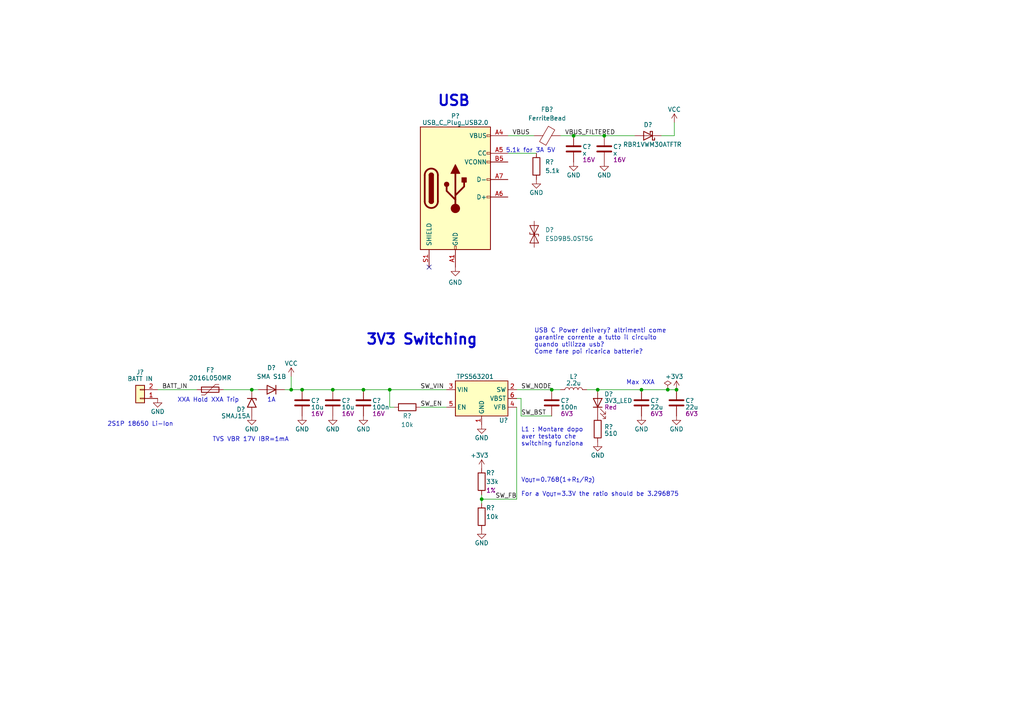
<source format=kicad_sch>
(kicad_sch (version 20211123) (generator eeschema)
  (paper "A4")
  (title_block (title "PS + USB") (date "2022-05-04") (rev "BETA") (company "tollsimy"))
  (lib_symbols
    (symbol "Connector:USB_C_Plug_USB2.0" (pin_names (offset 1.016))
      (property "Reference" "P" (at -10.16 19.05 0))
      (property "Value" "USB_C_Plug_USB2.0" (at 12.7 19.05 0))
      (symbol "USB_C_Plug_USB2.0_0_0"
        (rectangle (start -0.254 -17.78) (end 0.254 -16.764))
        (rectangle (start 10.16 -2.286) (end 9.144 -2.794))
        (rectangle (start 10.16 2.794) (end 9.144 2.286))
        (rectangle (start 10.16 7.874) (end 9.144 7.366))
        (rectangle (start 10.16 10.414) (end 9.144 9.906))
        (rectangle (start 10.16 15.494) (end 9.144 14.986))
      )
      (symbol "USB_C_Plug_USB2.0_0_1"
        (rectangle (start -10.16 17.78) (end 10.16 -17.78) (stroke (width 0.254)) (fill (type background)))
        (arc (start -8.89 -3.81) (mid -6.985 -5.715) (end -5.08 -3.81) (stroke (width 0.508)))
        (arc (start -7.62 -3.81) (mid -6.985 -4.445) (end -6.35 -3.81) (stroke (width 0.254)))
        (arc (start -7.62 -3.81) (mid -6.985 -4.445) (end -6.35 -3.81) (stroke (width 0.254)) (fill (type outline)))
        (rectangle (start -7.62 -3.81) (end -6.35 3.81) (stroke (width 0.254)) (fill (type outline)))
        (arc (start -6.35 3.81) (mid -6.985 4.445) (end -7.62 3.81) (stroke (width 0.254)))
        (arc (start -6.35 3.81) (mid -6.985 4.445) (end -7.62 3.81) (stroke (width 0.254)) (fill (type outline)))
        (arc (start -5.08 3.81) (mid -6.985 5.715) (end -8.89 3.81) (stroke (width 0.508)))
        (circle (center -2.54 1.143) (radius 0.635) (stroke (width 0.254)) (fill (type outline)))
        (circle (center 0 -5.842) (radius 1.27) (fill (type outline)))
        (polyline (pts (xy -8.89 -3.81) (xy -8.89 3.81)) (stroke (width 0.508)))
        (polyline (pts (xy -5.08 3.81) (xy -5.08 -3.81)) (stroke (width 0.508)))
        (polyline (pts (xy 0 -5.842) (xy 0 4.318)) (stroke (width 0.508)))
        (polyline (pts (xy 0 -3.302) (xy -2.54 -0.762) (xy -2.54 0.508)) (stroke (width 0.508)))
        (polyline (pts (xy 0 -2.032) (xy 2.54 0.508) (xy 2.54 1.778)) (stroke (width 0.508)))
        (polyline (pts (xy -1.27 4.318) (xy 0 6.858) (xy 1.27 4.318) (xy -1.27 4.318)) (stroke (width 0.254)) (fill (type outline)))
        (rectangle (start 1.905 1.778) (end 3.175 3.048) (stroke (width 0.254)) (fill (type outline)))
      )
      (symbol "USB_C_Plug_USB2.0_1_1"
        (pin passive line (at 0 -22.86 90) (length 5.08) (name "GND") (number "A1"))
        (pin passive line (at 0 -22.86 90) (length 5.08) hide (name "GND") (number "A12"))
        (pin passive line (at 15.24 15.24 180) (length 5.08) (name "VBUS") (number "A4"))
        (pin bidirectional line (at 15.24 10.16 180) (length 5.08) (name "CC") (number "A5"))
        (pin bidirectional line (at 15.24 -2.54 180) (length 5.08) (name "D+") (number "A6"))
        (pin bidirectional line (at 15.24 2.54 180) (length 5.08) (name "D-") (number "A7"))
        (pin passive line (at 15.24 15.24 180) (length 5.08) hide (name "VBUS") (number "A9"))
        (pin passive line (at 0 -22.86 90) (length 5.08) hide (name "GND") (number "B1"))
        (pin passive line (at 0 -22.86 90) (length 5.08) hide (name "GND") (number "B12"))
        (pin passive line (at 15.24 15.24 180) (length 5.08) hide (name "VBUS") (number "B4"))
        (pin bidirectional line (at 15.24 7.62 180) (length 5.08) (name "VCONN") (number "B5"))
        (pin passive line (at 15.24 15.24 180) (length 5.08) hide (name "VBUS") (number "B9"))
        (pin passive line (at -7.62 -22.86 90) (length 5.08) (name "SHIELD") (number "S1"))
      )
    )
    (symbol "Connector_Generic:Conn_01x02" (pin_names (offset 1.016) hide)
      (property "Reference" "J" (at 0 2.54 0))
      (property "Value" "Conn_01x02" (at 0 -5.08 0))
      (symbol "Conn_01x02_1_1"
        (rectangle (start -1.27 -2.413) (end 0 -2.667) (stroke (width 0.1524)))
        (rectangle (start -1.27 0.127) (end 0 -0.127) (stroke (width 0.1524)))
        (rectangle (start -1.27 1.27) (end 1.27 -3.81) (stroke (width 0.254)) (fill (type background)))
        (pin passive line (at -5.08 0 0) (length 3.81) (name "Pin_1") (number "1"))
        (pin passive line (at -5.08 -2.54 0) (length 3.81) (name "Pin_2") (number "2"))
      )
    )
    (symbol "Device:C" (pin_numbers hide) (pin_names (offset 0.254))
      (property "Reference" "C" (at 0.635 2.54 0))
      (property "Value" "C" (at 0.635 -2.54 0))
      (symbol "C_0_1"
        (polyline (pts (xy -2.032 -0.762) (xy 2.032 -0.762)) (stroke (width 0.508)))
        (polyline (pts (xy -2.032 0.762) (xy 2.032 0.762)) (stroke (width 0.508)))
      )
      (symbol "C_1_1"
        (pin passive line (at 0 3.81 270) (length 2.794) (name "~") (number "1"))
        (pin passive line (at 0 -3.81 90) (length 2.794) (name "~") (number "2"))
      )
    )
    (symbol "Device:D_Schottky" (pin_numbers hide) (pin_names (offset 1.016) hide)
      (property "Reference" "D" (at 0 2.54 0))
      (property "Value" "D_Schottky" (at 0 -2.54 0))
      (symbol "D_Schottky_0_1"
        (polyline (pts (xy 1.27 0) (xy -1.27 0)))
        (polyline (pts (xy 1.27 1.27) (xy 1.27 -1.27) (xy -1.27 0) (xy 1.27 1.27)) (stroke (width 0.254)))
        (polyline (pts (xy -1.905 0.635) (xy -1.905 1.27) (xy -1.27 1.27) (xy -1.27 -1.27) (xy -0.635 -1.27) (xy -0.635 -0.635)) (stroke (width 0.254)))
      )
      (symbol "D_Schottky_1_1"
        (pin passive line (at -3.81 0 0) (length 2.54) (name "K") (number "1"))
        (pin passive line (at 3.81 0 180) (length 2.54) (name "A") (number "2"))
      )
    )
    (symbol "Device:FerriteBead" (pin_numbers hide) (pin_names (offset 0))
      (property "Reference" "FB" (at -3.81 0.635 90))
      (property "Value" "FerriteBead" (at 3.81 0 90))
      (symbol "FerriteBead_0_1"
        (polyline (pts (xy 0 -1.27) (xy 0 -1.2192)))
        (polyline (pts (xy 0 1.27) (xy 0 1.2954)))
        (polyline (pts (xy -2.7686 0.4064) (xy -1.7018 2.2606) (xy 2.7686 -0.3048) (xy 1.6764 -2.159) (xy -2.7686 0.4064)))
      )
      (symbol "FerriteBead_1_1"
        (pin passive line (at 0 3.81 270) (length 2.54) (name "~") (number "1"))
        (pin passive line (at 0 -3.81 90) (length 2.54) (name "~") (number "2"))
      )
    )
    (symbol "Device:L" (pin_numbers hide) (pin_names (offset 1.016) hide)
      (property "Reference" "L" (at -1.27 0 90))
      (property "Value" "L" (at 1.905 0 90))
      (symbol "L_0_1"
        (arc (start 0 -2.54) (mid 0.635 -1.905) (end 0 -1.27))
        (arc (start 0 -1.27) (mid 0.635 -0.635) (end 0 0))
        (arc (start 0 0) (mid 0.635 0.635) (end 0 1.27))
        (arc (start 0 1.27) (mid 0.635 1.905) (end 0 2.54))
      )
      (symbol "L_1_1"
        (pin passive line (at 0 3.81 270) (length 1.27) (name "1") (number "1"))
        (pin passive line (at 0 -3.81 90) (length 1.27) (name "2") (number "2"))
      )
    )
    (symbol "Device:LED" (pin_numbers hide) (pin_names (offset 1.016) hide)
      (property "Reference" "D" (at 0 2.54 0))
      (property "Value" "LED" (at 0 -2.54 0))
      (symbol "LED_0_1"
        (polyline (pts (xy -1.27 -1.27) (xy -1.27 1.27)) (stroke (width 0.254)))
        (polyline (pts (xy -1.27 0) (xy 1.27 0)))
        (polyline (pts (xy 1.27 -1.27) (xy 1.27 1.27) (xy -1.27 0) (xy 1.27 -1.27)) (stroke (width 0.254)))
        (polyline (pts (xy -3.048 -0.762) (xy -4.572 -2.286) (xy -3.81 -2.286) (xy -4.572 -2.286) (xy -4.572 -1.524)))
        (polyline (pts (xy -1.778 -0.762) (xy -3.302 -2.286) (xy -2.54 -2.286) (xy -3.302 -2.286) (xy -3.302 -1.524)))
      )
      (symbol "LED_1_1"
        (pin passive line (at -3.81 0 0) (length 2.54) (name "K") (number "1"))
        (pin passive line (at 3.81 0 180) (length 2.54) (name "A") (number "2"))
      )
    )
    (symbol "Device:Polyfuse" (pin_numbers hide) (pin_names (offset 0))
      (property "Reference" "F" (at -2.54 0 90))
      (property "Value" "Polyfuse" (at 2.54 0 90))
      (symbol "Polyfuse_0_1"
        (rectangle (start -0.762 2.54) (end 0.762 -2.54) (stroke (width 0.254)))
        (polyline (pts (xy 0 2.54) (xy 0 -2.54)))
        (polyline (pts (xy -1.524 2.54) (xy -1.524 1.524) (xy 1.524 -1.524) (xy 1.524 -2.54)))
      )
      (symbol "Polyfuse_1_1"
        (pin passive line (at 0 3.81 270) (length 1.27) (name "~") (number "1"))
        (pin passive line (at 0 -3.81 90) (length 1.27) (name "~") (number "2"))
      )
    )
    (symbol "Device:R" (pin_numbers hide) (pin_names (offset 0))
      (property "Reference" "R" (at 2.032 0 90))
      (property "Value" "R" (at 0 0 90))
      (symbol "R_0_1"
        (rectangle (start -1.016 -2.54) (end 1.016 2.54) (stroke (width 0.254)))
      )
      (symbol "R_1_1"
        (pin passive line (at 0 3.81 270) (length 1.27) (name "~") (number "1"))
        (pin passive line (at 0 -3.81 90) (length 1.27) (name "~") (number "2"))
      )
    )
    (symbol "Diode:1.5KExxA" (pin_numbers hide) (pin_names (offset 1.016) hide)
      (property "Reference" "D" (at 0 2.54 0))
      (property "Value" "1.5KExxA" (at 0 -2.54 0))
      (symbol "1.5KExxA_0_1"
        (polyline (pts (xy -0.762 1.27) (xy -1.27 1.27) (xy -1.27 -1.27)) (stroke (width 0.254)))
        (polyline (pts (xy 1.27 1.27) (xy 1.27 -1.27) (xy -1.27 0) (xy 1.27 1.27)) (stroke (width 0.254)))
      )
      (symbol "1.5KExxA_1_1"
        (pin passive line (at -3.81 0 0) (length 2.54) (name "A1") (number "1"))
        (pin passive line (at 3.81 0 180) (length 2.54) (name "A2") (number "2"))
      )
    )
    (symbol "Diode:1N4007" (pin_numbers hide) (pin_names (offset 1.016) hide)
      (property "Reference" "D" (at 0 2.54 0))
      (property "Value" "1N4007" (at 0 -2.54 0))
      (symbol "1N4007_0_1"
        (polyline (pts (xy -1.27 1.27) (xy -1.27 -1.27)) (stroke (width 0.254)))
        (polyline (pts (xy 1.27 0) (xy -1.27 0)))
        (polyline (pts (xy 1.27 1.27) (xy 1.27 -1.27) (xy -1.27 0) (xy 1.27 1.27)) (stroke (width 0.254)))
      )
      (symbol "1N4007_1_1"
        (pin passive line (at -3.81 0 0) (length 2.54) (name "K") (number "1"))
        (pin passive line (at 3.81 0 180) (length 2.54) (name "A") (number "2"))
      )
    )
    (symbol "Diode:ESD9B5.0ST5G" (pin_numbers hide) (pin_names (offset 1.016) hide)
      (property "Reference" "D" (at 0 2.54 0))
      (property "Value" "ESD9B5.0ST5G" (at 0 -2.54 0))
      (symbol "ESD9B5.0ST5G_0_1"
        (polyline (pts (xy 1.27 0) (xy -1.27 0)))
        (polyline (pts (xy -2.54 -1.27) (xy 0 0) (xy -2.54 1.27) (xy -2.54 -1.27)) (stroke (width 0.2032)))
        (polyline (pts (xy 0.508 1.27) (xy 0 1.27) (xy 0 -1.27) (xy -0.508 -1.27)) (stroke (width 0.2032)))
        (polyline (pts (xy 2.54 1.27) (xy 2.54 -1.27) (xy 0 0) (xy 2.54 1.27)) (stroke (width 0.2032)))
      )
      (symbol "ESD9B5.0ST5G_1_1"
        (pin passive line (at -3.81 0 0) (length 2.54) (name "A1") (number "1"))
        (pin passive line (at 3.81 0 180) (length 2.54) (name "A2") (number "2"))
      )
    )
    (symbol "Regulator_Switching:TPS563200"
      (property "Reference" "U" (at -7.62 6.35 0))
      (property "Value" "TPS563200" (at -2.54 6.35 0))
      (symbol "TPS563200_0_1"
        (rectangle (start -7.62 5.08) (end 7.62 -5.08) (stroke (width 0.254)) (fill (type background)))
      )
      (symbol "TPS563200_1_1"
        (pin power_in line (at 0 -7.62 90) (length 2.54) (name "GND") (number "1"))
        (pin output line (at 10.16 2.54 180) (length 2.54) (name "SW") (number "2"))
        (pin power_in line (at -10.16 2.54 0) (length 2.54) (name "VIN") (number "3"))
        (pin input line (at 10.16 -2.54 180) (length 2.54) (name "VFB") (number "4"))
        (pin input line (at -10.16 -2.54 0) (length 2.54) (name "EN") (number "5"))
        (pin passive line (at 10.16 0 180) (length 2.54) (name "VBST") (number "6"))
      )
    )
    (symbol "power:+3V3" (power) (pin_names (offset 0))
      (property "Value" "+3V3" (at 0 3.556 0))
      (symbol "+3V3_0_1"
        (polyline (pts (xy -0.762 1.27) (xy 0 2.54)))
        (polyline (pts (xy 0 0) (xy 0 2.54)))
        (polyline (pts (xy 0 2.54) (xy 0.762 1.27)))
      )
      (symbol "+3V3_1_1"
        (pin power_in line (at 0 0 90) (length 0) hide (name "+3V3") (number "1"))
      )
    )
    (symbol "power:GND" (power) (pin_names (offset 0))
      (property "Value" "GND" (at 0 -3.81 0))
      (symbol "GND_0_1"
        (polyline (pts (xy 0 0) (xy 0 -1.27) (xy 1.27 -1.27) (xy 0 -2.54) (xy -1.27 -1.27) (xy 0 -1.27)))
      )
      (symbol "GND_1_1"
        (pin power_in line (at 0 0 270) (length 0) hide (name "GND") (number "1"))
      )
    )
    (symbol "power:PWR_FLAG" (power) (pin_numbers hide) (pin_names (offset 0) hide)
      (property "Value" "PWR_FLAG" (at 0 3.81 0))
      (symbol "PWR_FLAG_0_0"
        (pin power_out line (at 0 0 90) (length 0) (name "pwr") (number "1"))
      )
      (symbol "PWR_FLAG_0_1"
        (polyline (pts (xy 0 0) (xy 0 1.27) (xy -1.016 1.905) (xy 0 2.54) (xy 1.016 1.905) (xy 0 1.27)))
      )
    )
    (symbol "power:VCC" (power) (pin_names (offset 0))
      (property "Value" "VCC" (at 0 3.81 0))
      (symbol "VCC_0_1"
        (polyline (pts (xy -0.762 1.27) (xy 0 2.54)))
        (polyline (pts (xy 0 0) (xy 0 2.54)))
        (polyline (pts (xy 0 2.54) (xy 0.762 1.27)))
      )
      (symbol "VCC_1_1"
        (pin power_in line (at 0 0 90) (length 0) hide (name "VCC") (number "1"))
      )
    )
  )
  (junction (at 193.675 113.03))
  (junction (at 87.63 113.03))
  (junction (at 173.355 113.03))
  (junction (at 96.52 113.03))
  (junction (at 113.03 113.03))
  (junction (at 84.455 113.03))
  (junction (at 160.02 113.03))
  (junction (at 196.215 113.03))
  (junction (at 105.41 113.03))
  (junction (at 139.7 144.78))
  (junction (at 186.055 113.03))
  (junction (at 175.26 39.37))
  (junction (at 73.025 113.03))
  (junction (at 166.37 39.37))
  (no_connect (at 124.46 77.47))
  (wire (pts (xy 96.52 113.03) (xy 105.41 113.03)))
  (wire (pts (xy 147.32 44.45) (xy 155.575 44.45)))
  (wire (pts (xy 147.32 39.37) (xy 154.94 39.37)))
  (wire (pts (xy 186.055 113.03) (xy 193.675 113.03)))
  (wire (pts (xy 160.02 113.03) (xy 162.56 113.03)))
  (wire (pts (xy 139.7 144.78) (xy 139.7 143.51)))
  (wire (pts (xy 166.37 39.37) (xy 175.26 39.37)))
  (wire (pts (xy 84.455 109.22) (xy 84.455 113.03)))
  (wire (pts (xy 113.03 113.03) (xy 113.03 118.11)))
  (wire (pts (xy 170.18 113.03) (xy 173.355 113.03)))
  (wire (pts (xy 151.13 120.65) (xy 160.02 120.65)))
  (wire (pts (xy 64.77 113.03) (xy 73.025 113.03)))
  (wire (pts (xy 73.025 113.03) (xy 74.93 113.03)))
  (wire (pts (xy 173.355 113.03) (xy 186.055 113.03)))
  (wire (pts (xy 193.675 113.03) (xy 196.215 113.03)))
  (wire (pts (xy 113.03 113.03) (xy 129.54 113.03)))
  (wire (pts (xy 113.03 118.11) (xy 114.3 118.11)))
  (wire (pts (xy 149.86 118.11) (xy 149.86 144.78)))
  (wire (pts (xy 84.455 113.03) (xy 87.63 113.03)))
  (wire (pts (xy 87.63 113.03) (xy 96.52 113.03)))
  (wire (pts (xy 149.86 115.57) (xy 151.13 115.57)))
  (wire (pts (xy 139.7 144.78) (xy 139.7 146.05)))
  (wire (pts (xy 149.86 113.03) (xy 160.02 113.03)))
  (wire (pts (xy 82.55 113.03) (xy 84.455 113.03)))
  (wire (pts (xy 191.77 39.37) (xy 195.58 39.37)))
  (wire (pts (xy 151.13 120.65) (xy 151.13 115.57)))
  (wire (pts (xy 162.56 39.37) (xy 166.37 39.37)))
  (wire (pts (xy 105.41 113.03) (xy 113.03 113.03)))
  (wire (pts (xy 195.58 35.56) (xy 195.58 39.37)))
  (wire (pts (xy 139.7 144.78) (xy 149.86 144.78)))
  (wire (pts (xy 45.72 113.03) (xy 57.15 113.03)))
  (wire (pts (xy 175.26 39.37) (xy 184.15 39.37)))
  (wire (pts (xy 129.54 118.11) (xy 121.92 118.11)))
  (text "USB" (at 136.525 31.115 180) (effects (font (size 2.9972 2.9972) (thickness 0.5994) bold) (justify right bottom)))
  (text "XXA Hold XXA Trip" (at 51.435 116.84 0) (effects (font (size 1.27 1.27)) (justify left bottom)))
  (text "Max XXA" (at 181.61 111.76 0) (effects (font (size 1.27 1.27)) (justify left bottom)))
  (text "3V3 Switching" (at 106.045 100.33 0) (effects (font (size 3 3) (thickness 0.6) bold) (justify left bottom)))
  (text "USB C Power delivery? altrimenti come\ngarantire corrente a tutto il circuito\nquando utilizza usb?\nCome fare poi ricarica batterie?" (at 154.94 102.87 0) (effects (font (size 1.27 1.27)) (justify left bottom)))
  (text "2S1P 18650 Li-Ion" (at 31.115 123.825 0) (effects (font (size 1.27 1.27)) (justify left bottom)))
  (text "V_{OUT}=0.768(1+R_{1}/R_{2})\n\nFor a V_{OUT}=3.3V the ratio should be 3.296875" (at 151.13 144.145 0) (effects (font (size 1.27 1.27)) (justify left bottom)))
  (text "1A" (at 77.47 116.84 0) (effects (font (size 1.27 1.27)) (justify left bottom)))
  (text "5.1k for 3A 5V" (at 146.685 44.45 0) (effects (font (size 1.27 1.27)) (justify left bottom)))
  (text "L1 : Montare dopo \naver testato che \nswitching funziona" (at 151.13 129.54 0) (effects (font (size 1.27 1.27)) (justify left bottom)))
  (text "TVS VBR 17V IBR=1mA" (at 61.595 128.27 0) (effects (font (size 1.27 1.27)) (justify left bottom)))
  (label "BATT_IN" (at 46.99 113.03 0))
  (label "SW_VIN" (at 121.92 113.03 0))
  (label "SW_EN" (at 121.92 118.11 0))
  (label "SW_FB" (at 149.86 144.78 180))
  (label "VBUS_FILTERED" (at 163.83 39.37 0))
  (label "SW_BST" (at 151.13 120.65 0))
  (label "VBUS" (at 148.59 39.37 0))
  (label "SW_NODE" (at 151.13 113.03 0))
  (symbol (lib_id "power:GND") (at 173.355 128.27 0) (unit 1)
    (property "Reference" "#PWR?" (effects hide))
    (property "Value" "GND" (at 173.355 132.08 0))
  )
  (symbol (lib_id "power:GND") (at 175.26 46.99 0) (unit 1)
    (property "Reference" "#PWR?" (effects hide))
    (property "Value" "GND" (at 175.26 50.8 0))
  )
  (symbol (lib_id "Device:R") (at 173.355 124.46 0) (unit 1)
    (property "Reference" "R?" (at 175.26 123.825 0) (effects (justify left)))
    (property "Value" "510" (at 175.26 125.73 0) (effects (justify left)))
    (property "Footprint" "Resistor_SMD:R_0603_1608Metric" (effects hide))
  )
  (symbol (lib_id "power:GND") (at 166.37 46.99 0) (unit 1)
    (property "Reference" "#PWR?" (effects hide))
    (property "Value" "GND" (at 166.37 50.8 0))
  )
  (symbol (lib_id "power:GND") (at 87.63 120.65 0) (unit 1)
    (property "Reference" "#PWR?" (effects hide))
    (property "Value" "GND" (at 87.63 124.46 0))
  )
  (symbol (lib_id "Device:R") (at 139.7 139.7 0) (unit 1)
    (property "Reference" "R?" (at 140.97 137.16 0) (effects (justify left)))
    (property "Value" "33k" (at 140.97 139.7 0) (effects (justify left)))
    (property "Footprint" "Resistor_SMD:R_0603_1608Metric" (effects hide))
    (property "Tolerance" "1%" (at 140.97 142.24 0) (effects (justify left)))
  )
  (symbol (lib_id "Connector:USB_C_Plug_USB2.0") (at 132.08 54.61 0) (unit 1)
    (property "Reference" "P?" (at 132.08 33.655 0))
    (property "Value" "USB_C_Plug_USB2.0" (at 132.08 35.56 0))
    (property "Datasheet" "https://www.usb.org/sites/default/files/documents/usb_type-c.zip" (effects hide))
  )
  (symbol (lib_id "Device:R") (at 139.7 149.86 0) (unit 1)
    (property "Reference" "R?" (at 140.97 147.32 0) (effects (justify left)))
    (property "Value" "10k" (at 140.97 149.86 0) (effects (justify left)))
    (property "Footprint" "Resistor_SMD:R_0603_1608Metric" (effects hide))
  )
  (symbol (lib_id "power:GND") (at 96.52 120.65 0) (unit 1)
    (property "Reference" "#PWR?" (effects hide))
    (property "Value" "GND" (at 96.52 124.46 0))
  )
  (symbol (lib_id "power:GND") (at 45.72 115.57 0) (unit 1)
    (property "Reference" "#PWR?" (effects hide))
    (property "Value" "GND" (at 45.72 119.38 0))
  )
  (symbol (lib_id "Device:C") (at 160.02 116.84 0) (unit 1)
    (property "Reference" "C?" (at 162.56 116.205 0) (effects (justify left)))
    (property "Value" "100n" (at 162.56 118.11 0) (effects (justify left)))
    (property "Footprint" "Capacitor_SMD:C_0603_1608Metric" (effects hide))
    (property "Voltage" "6V3" (at 162.56 120.015 0) (effects (justify left)))
  )
  (symbol (lib_id "power:GND") (at 155.575 52.07 0) (unit 1)
    (property "Reference" "#PWR?" (effects hide))
    (property "Value" "GND" (at 155.575 55.88 0))
  )
  (symbol (lib_id "Device:R") (at 118.11 118.11 90) (unit 1)
    (property "Reference" "R?" (at 118.11 120.65 90))
    (property "Value" "10k" (at 118.11 123.19 90))
    (property "Footprint" "Resistor_SMD:R_0603_1608Metric" (effects hide))
  )
  (symbol (lib_id "power:+3V3") (at 196.215 113.03 0) (unit 1)
    (property "Reference" "#PWR?" (effects hide))
    (property "Value" "+3V3" (at 195.58 109.22 0))
  )
  (symbol (lib_id "power:VCC") (at 84.455 109.22 0) (unit 1)
    (property "Reference" "#PWR?" (effects hide))
    (property "Value" "VCC" (at 84.455 105.41 0))
  )
  (symbol (lib_id "Device:C") (at 105.41 116.84 0) (unit 1)
    (property "Reference" "C?" (at 107.95 116.205 0) (effects (justify left)))
    (property "Value" "100n" (at 107.95 118.11 0) (effects (justify left)))
    (property "Footprint" "Capacitor_SMD:C_0603_1608Metric" (effects hide))
    (property "Voltage" "16V" (at 107.95 120.015 0) (effects (justify left)))
  )
  (symbol (lib_id "power:GND") (at 73.025 120.65 0) (unit 1)
    (property "Reference" "#PWR?" (effects hide))
    (property "Value" "GND" (at 73.025 124.46 0))
  )
  (symbol (lib_id "Device:L") (at 166.37 113.03 90) (unit 1)
    (property "Reference" "L?" (at 166.37 109.22 90))
    (property "Value" "2.2u" (at 166.37 111.125 90))
    (property "Footprint" "ppse_2021:Inductor" (effects hide))
    (property "Datasheet" "https://www.mouser.it/datasheet/2/54/SRP2512-1391417.pdf" (effects hide))
  )
  (symbol (lib_id "Device:C") (at 96.52 116.84 0) (unit 1)
    (property "Reference" "C?" (at 99.06 116.205 0) (effects (justify left)))
    (property "Value" "10u" (at 99.06 118.11 0) (effects (justify left)))
    (property "Footprint" "Capacitor_SMD:C_0805_2012Metric" (effects hide))
    (property "Voltage" "16V" (at 99.06 120.015 0) (effects (justify left)))
  )
  (symbol (lib_id "power:GND") (at 132.08 77.47 0) (unit 1)
    (property "Reference" "#PWR?" (effects hide))
    (property "Value" "GND" (at 132.08 81.915 0))
  )
  (symbol (lib_id "Device:FerriteBead") (at 158.75 39.37 90) (unit 1)
    (property "Reference" "FB?" (at 158.6992 31.75 90))
    (property "Value" "FerriteBead" (at 158.6992 34.29 90))
    (property "Footprint" "Inductor_SMD:L_0603_1608Metric" (effects hide))
    (property "Datasheet" "https://www.mouser.it/ProductDetail/Laird-Performance-Materials/LI0603E470R-10?qs=sGAEpiMZZMt1hubY80%2Fs8HXRixHmQiFc7i4a5UHD5sU%3D" (effects hide))
  )
  (symbol (lib_id "Device:Polyfuse") (at 60.96 113.03 270) (unit 1)
    (property "Reference" "F?" (at 60.96 107.315 90))
    (property "Value" "2016L050MR" (at 60.96 109.6264 90))
    (property "Footprint" "ppse_2021:2016L Series PPTC" (effects hide))
    (property "Datasheet" "https://www.farnell.com/datasheets/664999.pdf" (effects hide))
  )
  (symbol (lib_id "Connector_Generic:Conn_01x02") (at 40.64 115.57 180) (unit 1)
    (property "Reference" "J?" (at 40.64 107.95 0))
    (property "Value" "BATT IN" (at 40.64 109.855 0))
    (property "Footprint" "Connector_Molex:Molex_Micro-Fit_3.0_43650-0200_1x02_P3.00mm_Horizontal" (effects hide))
  )
  (symbol (lib_id "Device:LED") (at 173.355 116.84 90) (unit 1)
    (property "Reference" "D?" (at 175.26 114.3 90) (effects (justify right)))
    (property "Value" "3V3_LED" (at 175.26 116.205 90) (effects (justify right)))
    (property "Footprint" "LED_SMD:LED_0603_1608Metric" (effects hide))
    (property "Color" "Red" (at 175.26 118.11 90) (effects (justify right)))
  )
  (symbol (lib_id "power:+3V3") (at 139.7 135.89 0) (unit 1)
    (property "Reference" "#PWR?" (effects hide))
    (property "Value" "+3V3" (at 139.065 132.08 0))
  )
  (symbol (lib_id "Device:C") (at 166.37 43.18 0) (unit 1)
    (property "Reference" "C?" (at 168.91 42.545 0) (effects (justify left)))
    (property "Value" "x" (at 168.91 44.45 0) (effects (justify left)))
    (property "Footprint" "Capacitor_SMD:C_0805_2012Metric" (effects hide))
    (property "Voltage" "16V" (at 168.91 46.355 0) (effects (justify left)))
  )
  (symbol (lib_id "Device:C") (at 186.055 116.84 0) (unit 1)
    (property "Reference" "C?" (at 188.595 116.205 0) (effects (justify left)))
    (property "Value" "22u" (at 188.595 118.11 0) (effects (justify left)))
    (property "Footprint" "Capacitor_SMD:C_0805_2012Metric" (effects hide))
    (property "Voltage" "6V3" (at 188.595 120.015 0) (effects (justify left)))
  )
  (symbol (lib_id "Diode:1.5KExxA") (at 73.025 116.84 270) (unit 1)
    (property "Reference" "D?" (at 68.58 118.745 90) (effects (justify left)))
    (property "Value" "SMAJ15A" (at 64.135 120.65 90) (effects (justify left)))
    (property "Footprint" "Diode_SMD:D_SMA" (effects hide))
  )
  (symbol (lib_id "Diode:1N4007") (at 78.74 113.03 180) (unit 1)
    (property "Reference" "D?" (at 78.74 106.68 0))
    (property "Value" "SMA S1B" (at 78.74 109.22 0))
    (property "Footprint" "Diode_SMD:D_SMA" (effects hide))
    (property "Datasheet" "https://www.diodes.com/assets/Datasheets/ds16003.pdf" (effects hide))
  )
  (symbol (lib_id "power:VCC") (at 195.58 35.56 0) (unit 1)
    (property "Reference" "#PWR?" (effects hide))
    (property "Value" "VCC" (at 195.58 31.75 0))
  )
  (symbol (lib_id "Device:C") (at 87.63 116.84 0) (unit 1)
    (property "Reference" "C?" (at 90.17 116.205 0) (effects (justify left)))
    (property "Value" "10u" (at 90.17 118.11 0) (effects (justify left)))
    (property "Footprint" "Capacitor_SMD:C_0805_2012Metric" (effects hide))
    (property "Voltage" "16V" (at 90.17 120.015 0) (effects (justify left)))
  )
  (symbol (lib_id "power:GND") (at 186.055 120.65 0) (unit 1)
    (property "Reference" "#PWR?" (effects hide))
    (property "Value" "GND" (at 186.055 124.46 0))
  )
  (symbol (lib_id "power:GND") (at 105.41 120.65 0) (unit 1)
    (property "Reference" "#PWR?" (effects hide))
    (property "Value" "GND" (at 105.41 124.46 0))
  )
  (symbol (lib_id "Device:D_Schottky") (at 187.96 39.37 180) (unit 1)
    (property "Reference" "D?" (at 187.96 36.195 0))
    (property "Value" "RBR1VWM30ATFTR" (at 189.23 41.91 0))
    (property "Footprint" "ppse_2021:Package-PMDE" (effects hide))
    (property "Datasheet" "https://docs.rs-online.com/7cac/A700000008315514.pdf" (effects hide))
  )
  (symbol (lib_id "power:PWR_FLAG") (at 193.675 113.03 0) (unit 1)
    (property "Reference" "#FLG?" (effects hide))
    (property "Value" "PWR_FLAG" (effects hide))
  )
  (symbol (lib_id "Device:C") (at 175.26 43.18 0) (unit 1)
    (property "Reference" "C?" (at 177.8 42.545 0) (effects (justify left)))
    (property "Value" "x" (at 177.8 44.45 0) (effects (justify left)))
    (property "Footprint" "Capacitor_SMD:C_0603_1608Metric" (effects hide))
    (property "Voltage" "16V" (at 177.8 46.355 0) (effects (justify left)))
  )
  (symbol (lib_id "power:GND") (at 196.215 120.65 0) (unit 1)
    (property "Reference" "#PWR?" (effects hide))
    (property "Value" "GND" (at 196.215 124.46 0))
  )
  (symbol (lib_id "Device:R") (at 155.575 48.26 0) (unit 1)
    (property "Reference" "R?" (at 158.115 46.9899 0) (effects (justify left)))
    (property "Value" "5.1k" (at 158.115 49.5299 0) (effects (justify left)))
  )
  (symbol (lib_id "Diode:ESD9B5.0ST5G") (at 154.94 67.945 90) (unit 1)
    (property "Reference" "D?" (at 158.115 66.6749 90) (effects (justify right)))
    (property "Value" "ESD9B5.0ST5G" (at 158.115 69.2149 90) (effects (justify right)))
    (property "Footprint" "Diode_SMD:D_SOD-923" (effects hide))
    (property "Datasheet" "https://www.onsemi.com/pub/Collateral/ESD9B-D.PDF" (effects hide))
  )
  (symbol (lib_id "power:GND") (at 139.7 123.19 0) (unit 1)
    (property "Reference" "#PWR?" (effects hide))
    (property "Value" "GND" (at 139.7 127 0))
  )
  (symbol (lib_id "Regulator_Switching:TPS563200") (at 139.7 115.57 0) (unit 1)
    (property "Reference" "U?" (at 146.05 121.92 0))
    (property "Value" "TPS563201" (at 137.795 109.22 0))
    (property "Footprint" "Package_TO_SOT_SMD:SOT-23-6" (effects hide))
    (property "Datasheet" "http://www.ti.com/lit/ds/symlink/tps563200.pdf" (effects hide))
    (property "Vendor" "https://www.digikey.it/it/products/detail/texas-instruments/TPS563201DDCT/5813458" (effects hide))
  )
  (symbol (lib_id "power:GND") (at 139.7 153.67 0) (unit 1)
    (property "Reference" "#PWR?" (effects hide))
    (property "Value" "GND" (at 139.7 157.48 0))
  )
  (symbol (lib_id "Device:C") (at 196.215 116.84 0) (unit 1)
    (property "Reference" "C?" (at 198.755 116.205 0) (effects (justify left)))
    (property "Value" "22u" (at 198.755 118.11 0) (effects (justify left)))
    (property "Footprint" "Capacitor_SMD:C_0805_2012Metric" (effects hide))
    (property "Voltage" "6V3" (at 198.755 120.015 0) (effects (justify left)))
  )
)
</source>
